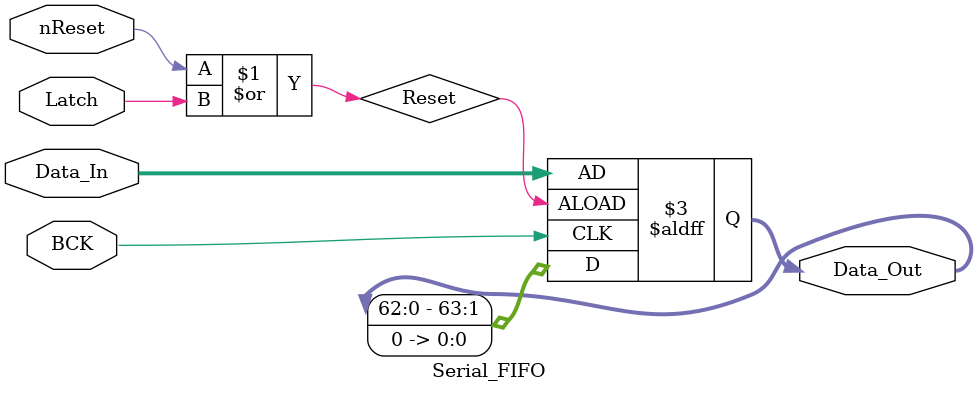
<source format=v>
`timescale 1ns / 1ps
`default_nettype none


module Serial_FIFO(
    input wire BCK,
    input wire nReset,
    input wire Latch,
    input wire [63:0] Data_In,
    output reg [63:0] Data_Out
    );
    
    wire Reset;     // Is the Reset Condition
    
    assign Reset = (nReset | Latch);
    
    always @ (negedge BCK or posedge Reset) begin
        if(Reset) begin
            Data_Out <= Data_In;
        end
        else begin
            Data_Out <= {Data_Out[62:0], 1'b0};
        end
    end
    
endmodule

</source>
